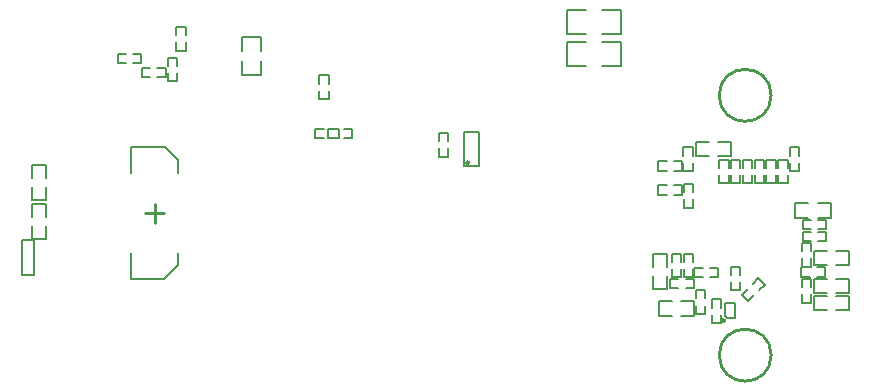
<source format=gbo>
G04 Layer_Color=12566272*
%FSLAX44Y44*%
%MOMM*%
G71*
G01*
G75*
%ADD44C,0.1500*%
%ADD47C,0.2500*%
%ADD53C,0.2000*%
%ADD85C,0.2540*%
D44*
X577000Y173500D02*
X588000D01*
X596000D02*
X607000D01*
X577000Y185500D02*
X588000D01*
X596000D02*
X607000D01*
X577000Y173500D02*
Y185500D01*
X607000Y173500D02*
Y185500D01*
X727000Y204500D02*
X738000D01*
X708000D02*
X719000D01*
X727000Y192500D02*
X738000D01*
X708000D02*
X719000D01*
X738000D02*
Y204500D01*
X708000Y192500D02*
Y204500D01*
X627000Y206000D02*
Y214000D01*
X607000Y206000D02*
Y214000D01*
X620000Y206000D02*
X627000D01*
X607000D02*
X614000D01*
X620000Y214000D02*
X627000D01*
X607000D02*
X614000D01*
X598000Y265000D02*
X606000D01*
X598000Y285000D02*
X606000D01*
X598000Y265000D02*
Y272000D01*
Y278000D02*
Y285000D01*
X606000Y265000D02*
Y272000D01*
Y278000D02*
Y285000D01*
X678000Y305500D02*
X686000D01*
X678000Y285500D02*
X686000D01*
Y298500D02*
Y305500D01*
Y285500D02*
Y292500D01*
X678000Y298500D02*
Y305500D01*
Y285500D02*
Y292500D01*
X727000Y178000D02*
X738000D01*
X708000D02*
X719000D01*
X727000Y190000D02*
X738000D01*
X708000D02*
X719000D01*
X738000Y178000D02*
Y190000D01*
X708000Y178000D02*
Y190000D01*
X648000Y305500D02*
X656000D01*
X648000Y285500D02*
X656000D01*
Y298500D02*
Y305500D01*
Y285500D02*
Y292500D01*
X648000Y298500D02*
Y305500D01*
Y285500D02*
Y292500D01*
X606000Y219000D02*
Y226000D01*
Y206000D02*
Y213000D01*
X598000Y219000D02*
Y226000D01*
Y206000D02*
Y213000D01*
Y226000D02*
X606000D01*
X598000Y206000D02*
X606000D01*
X599500Y196500D02*
X606500D01*
X586500D02*
X593500D01*
X599500Y204500D02*
X606500D01*
X586500D02*
X593500D01*
X606500Y196500D02*
Y204500D01*
X586500Y196500D02*
Y204500D01*
X646000Y208000D02*
Y215000D01*
Y195000D02*
Y202000D01*
X638000Y208000D02*
Y215000D01*
Y195000D02*
Y202000D01*
Y215000D02*
X646000D01*
X638000Y195000D02*
X646000D01*
X621750Y180304D02*
Y187304D01*
Y167304D02*
Y174304D01*
X629750Y180304D02*
Y187304D01*
Y167304D02*
Y174304D01*
X621750Y187304D02*
X629750D01*
X621750Y167304D02*
X629750D01*
X634250Y171804D02*
X641250D01*
X633250Y183804D02*
X641250D01*
Y171804D02*
Y183804D01*
X633250Y172804D02*
Y183804D01*
Y172804D02*
X634250Y171804D01*
X46000Y257175D02*
Y268175D01*
Y238175D02*
Y249175D01*
X58000Y257175D02*
Y268175D01*
Y238175D02*
Y249175D01*
X46000Y268175D02*
X58000D01*
X46000Y238175D02*
X58000D01*
X37400Y237500D02*
X47850D01*
Y207500D02*
Y237500D01*
X37400Y207500D02*
X47850D01*
X37400D02*
Y237500D01*
X722500Y256500D02*
Y268500D01*
X692500Y256500D02*
Y268500D01*
X711500Y256500D02*
X722500D01*
X692500D02*
X703500D01*
X711500Y268500D02*
X722500D01*
X692500D02*
X703500D01*
X738000Y216500D02*
Y228500D01*
X708000Y216500D02*
Y228500D01*
X727000D02*
X738000D01*
X708000D02*
X719000D01*
X727000Y216500D02*
X738000D01*
X708000D02*
X719000D01*
X698750Y244500D02*
X705750D01*
X711750D02*
X718750D01*
X698750Y236500D02*
X705750D01*
X711750D02*
X718750D01*
X698750D02*
Y244500D01*
X718750Y236500D02*
Y244500D01*
X628000Y285500D02*
X636000D01*
X628000Y305500D02*
X636000D01*
X628000Y285500D02*
Y292500D01*
Y298500D02*
Y305500D01*
X636000Y285500D02*
Y292500D01*
Y298500D02*
Y305500D01*
X676000Y298500D02*
Y305500D01*
Y285500D02*
Y292500D01*
X668000Y298500D02*
Y305500D01*
Y285500D02*
Y292500D01*
Y305500D02*
X676000D01*
X668000Y285500D02*
X676000D01*
X638000Y308500D02*
Y320500D01*
X608000Y308500D02*
Y320500D01*
X627000Y308500D02*
X638000D01*
X608000D02*
X619000D01*
X627000Y320500D02*
X638000D01*
X608000D02*
X619000D01*
X572000Y226000D02*
X584000D01*
X572000Y196000D02*
X584000D01*
Y215000D02*
Y226000D01*
Y196000D02*
Y207000D01*
X572000Y215000D02*
Y226000D01*
Y196000D02*
Y207000D01*
X576500Y284000D02*
X583500D01*
X589500D02*
X596500D01*
X576500Y276000D02*
X583500D01*
X589500D02*
X596500D01*
X576500D02*
Y284000D01*
X596500Y276000D02*
Y284000D01*
X46000Y271000D02*
X58000D01*
X46000Y301000D02*
X58000D01*
Y271000D02*
Y282000D01*
Y290000D02*
Y301000D01*
X46000Y271000D02*
Y282000D01*
Y290000D02*
Y301000D01*
X597500Y296000D02*
Y303000D01*
Y309000D02*
Y316000D01*
X605500Y296000D02*
Y303000D01*
Y309000D02*
Y316000D01*
X597500Y296000D02*
X605500D01*
X597500Y316000D02*
X605500D01*
X656293Y200450D02*
X661243Y205399D01*
X647101Y191257D02*
X652050Y196207D01*
X661950Y194793D02*
X666899Y199743D01*
X652757Y185600D02*
X657707Y190550D01*
X661243Y205399D02*
X666899Y199743D01*
X647101Y191257D02*
X652757Y185600D01*
X131750Y395375D02*
X138750D01*
X118750D02*
X125750D01*
X131750Y387375D02*
X138750D01*
X118750D02*
X125750D01*
X138750D02*
Y395375D01*
X118750Y387375D02*
Y395375D01*
X161250Y384875D02*
Y391875D01*
Y371875D02*
Y378875D01*
X169250Y384875D02*
Y391875D01*
Y371875D02*
Y378875D01*
X161250Y391875D02*
X169250D01*
X161250Y371875D02*
X169250D01*
X688000Y296000D02*
Y303000D01*
Y309000D02*
Y316000D01*
X696000Y296000D02*
Y303000D01*
Y309000D02*
Y316000D01*
X688000Y296000D02*
X696000D01*
X688000Y316000D02*
X696000D01*
X698000Y215000D02*
Y222000D01*
Y228000D02*
Y235000D01*
X706000Y215000D02*
Y222000D01*
Y228000D02*
Y235000D01*
X698000Y215000D02*
X706000D01*
X698000Y235000D02*
X706000D01*
X697500Y206500D02*
Y214500D01*
X717500Y206500D02*
Y214500D01*
X697500D02*
X704500D01*
X710500D02*
X717500D01*
X697500Y206500D02*
X704500D01*
X710500D02*
X717500D01*
X711750Y246500D02*
X718750D01*
X698750D02*
X705750D01*
X711750Y254500D02*
X718750D01*
X698750D02*
X705750D01*
X718750Y246500D02*
Y254500D01*
X698750Y246500D02*
Y254500D01*
X596500Y296000D02*
Y304000D01*
X576500Y296000D02*
Y304000D01*
X589500Y296000D02*
X596500D01*
X576500D02*
X583500D01*
X589500Y304000D02*
X596500D01*
X576500D02*
X583500D01*
X297500Y357000D02*
Y364000D01*
Y370000D02*
Y377000D01*
X289500Y357000D02*
Y364000D01*
Y370000D02*
Y377000D01*
Y357000D02*
X297500D01*
X289500Y377000D02*
X297500D01*
X168250Y417875D02*
X176250D01*
X168250Y397875D02*
X176250D01*
X168250Y410875D02*
Y417875D01*
Y397875D02*
Y404875D01*
X176250Y410875D02*
Y417875D01*
Y397875D02*
Y404875D01*
X616000Y175000D02*
Y182000D01*
Y188000D02*
Y195000D01*
X608000Y175000D02*
Y182000D01*
Y188000D02*
Y195000D01*
Y175000D02*
X616000D01*
X608000Y195000D02*
X616000D01*
X152250Y383375D02*
X159250D01*
X139250D02*
X146250D01*
X152250Y375375D02*
X159250D01*
X139250D02*
X146250D01*
X159250D02*
Y383375D01*
X139250Y375375D02*
Y383375D01*
X299000Y331500D02*
X306000D01*
X286000D02*
X293000D01*
X299000Y323500D02*
X306000D01*
X286000D02*
X293000D01*
X306000D02*
Y331500D01*
X286000Y323500D02*
Y331500D01*
X638000Y305500D02*
X646000D01*
X638000Y285500D02*
X646000D01*
Y298500D02*
Y305500D01*
Y285500D02*
Y292500D01*
X638000Y298500D02*
Y305500D01*
Y285500D02*
Y292500D01*
X658000Y305500D02*
X666000D01*
X658000Y285500D02*
X666000D01*
Y298500D02*
Y305500D01*
Y285500D02*
Y292500D01*
X658000Y298500D02*
Y305500D01*
Y285500D02*
Y292500D01*
X588000Y206000D02*
X596000D01*
X588000Y226000D02*
X596000D01*
X588000Y206000D02*
Y213000D01*
Y219000D02*
Y226000D01*
X596000Y206000D02*
Y213000D01*
Y219000D02*
Y226000D01*
X698000Y204500D02*
X706000D01*
X698000Y184500D02*
X706000D01*
Y197500D02*
Y204500D01*
Y184500D02*
Y191500D01*
X698000Y197500D02*
Y204500D01*
Y184500D02*
Y191500D01*
X545000Y385000D02*
Y405000D01*
X499000Y385000D02*
Y405000D01*
X529000D02*
X545000D01*
X499000D02*
X515000D01*
X529000Y385000D02*
X545000D01*
X499000D02*
X515000D01*
X545000Y412000D02*
Y432000D01*
X499000Y412000D02*
Y432000D01*
X529000D02*
X545000D01*
X499000D02*
X515000D01*
X529000Y412000D02*
X545000D01*
X499000D02*
X515000D01*
X317000Y323500D02*
Y331500D01*
X297000Y323500D02*
Y331500D01*
X310000D02*
X317000D01*
X297000D02*
X304000D01*
X310000Y323500D02*
X317000D01*
X297000D02*
X304000D01*
X239750Y377250D02*
Y389250D01*
Y397250D02*
Y409250D01*
X223750Y377250D02*
Y389250D01*
Y397250D02*
Y409250D01*
Y377250D02*
X239750D01*
X223750Y409250D02*
X239750D01*
X390583Y328071D02*
X398583D01*
X390583Y308071D02*
X398583D01*
X390583Y321071D02*
Y328071D01*
Y308071D02*
Y315071D01*
X398583Y321071D02*
Y328071D01*
Y308071D02*
Y315071D01*
D47*
X632800Y169404D02*
G03*
X632800Y169404I-1250J0D01*
G01*
D53*
X130000Y293875D02*
Y315875D01*
X159000D01*
X170000Y293875D02*
Y304875D01*
X159000Y315875D02*
X170000Y304875D01*
X158000Y204125D02*
X170000Y216125D01*
Y226125D01*
X130000Y204125D02*
X158000D01*
X130000D02*
Y226125D01*
X412000Y300000D02*
X425000D01*
X412000Y329000D02*
X425000D01*
X412000Y300000D02*
Y329000D01*
X425000Y300000D02*
Y329000D01*
D85*
X672000Y140000D02*
G03*
X672000Y140000I-22000J0D01*
G01*
Y360000D02*
G03*
X672000Y360000I-22000J0D01*
G01*
X416000Y303000D02*
G03*
X416000Y303000I-1000J0D01*
G01*
X142000Y260000D02*
X158000D01*
X150000Y252000D02*
Y268000D01*
M02*

</source>
